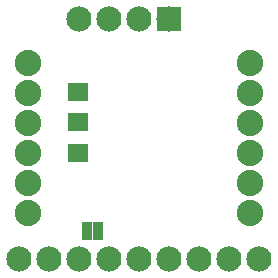
<source format=gts>
G04 MADE WITH FRITZING*
G04 WWW.FRITZING.ORG*
G04 DOUBLE SIDED*
G04 HOLES PLATED*
G04 CONTOUR ON CENTER OF CONTOUR VECTOR*
%ASAXBY*%
%FSLAX23Y23*%
%MOIN*%
%OFA0B0*%
%SFA1.0B1.0*%
%ADD10C,0.084000*%
%ADD11C,0.088000*%
%ADD12R,0.035000X0.060000*%
%ADD13R,0.084000X0.084000*%
%LNMASK1*%
G90*
G70*
G54D10*
X564Y862D03*
X464Y862D03*
X364Y862D03*
X264Y862D03*
X64Y62D03*
X164Y62D03*
X264Y62D03*
X364Y62D03*
X464Y62D03*
X564Y62D03*
X664Y62D03*
X764Y62D03*
X864Y62D03*
G54D11*
X834Y714D03*
X834Y614D03*
X834Y514D03*
X834Y414D03*
X834Y314D03*
X834Y214D03*
X94Y714D03*
X94Y614D03*
X94Y514D03*
X94Y414D03*
X94Y314D03*
X94Y214D03*
G54D12*
X277Y416D03*
X242Y416D03*
X277Y518D03*
X242Y518D03*
X277Y617D03*
X242Y617D03*
G54D13*
X564Y862D03*
G54D12*
X291Y156D03*
X327Y156D03*
G04 End of Mask1*
M02*
</source>
